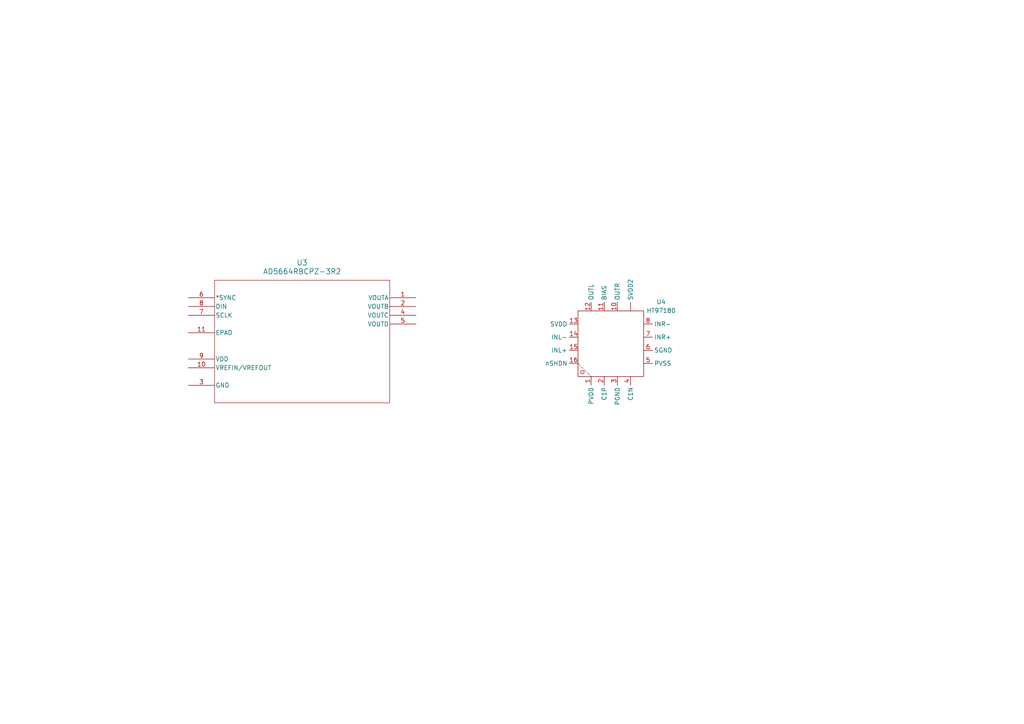
<source format=kicad_sch>
(kicad_sch (version 20250114) (generator "eeschema") (generator_version "9.0")
  (paper "A4")
  (lib_symbols
    (symbol "AD5664RBCPZ-3R2:AD5664RBCPZ-3R2" (pin_names (offset 0.254))
      (property "Reference" "U" (at 33.02 10.16 0))
      (property "Value" "AD5664RBCPZ-3R2" (at 33.02 7.62 0))
      (symbol "AD5664RBCPZ-3R2_0_1"
        (polyline (pts (xy 7.62 5.08) (xy 7.62 -30.48)) (stroke (width 0.127)))
        (polyline (pts (xy 7.62 -30.48) (xy 58.42 -30.48)) (stroke (width 0.127)))
        (polyline (pts (xy 58.42 5.08) (xy 7.62 5.08)) (stroke (width 0.127)))
        (polyline (pts (xy 58.42 -30.48) (xy 58.42 5.08)) (stroke (width 0.127)))
        (pin input line (at 0 0 0) (length 7.62) (name "*SYNC") (number "6"))
        (pin input line (at 0 -2.54 0) (length 7.62) (name "DIN") (number "8"))
        (pin input line (at 0 -5.08 0) (length 7.62) (name "SCLK") (number "7"))
        (pin unspecified line (at 0 -10.16 0) (length 7.62) (name "EPAD") (number "11"))
        (pin power_in line (at 0 -17.78 0) (length 7.62) (name "VDD") (number "9"))
        (pin bidirectional line (at 0 -20.32 0) (length 7.62) (name "VREFIN/VREFOUT") (number "10"))
        (pin power_in line (at 0 -25.4 0) (length 7.62) (name "GND") (number "3"))
        (pin output line (at 66.04 0 180) (length 7.62) (name "VOUTA") (number "1"))
        (pin output line (at 66.04 -2.54 180) (length 7.62) (name "VOUTB") (number "2"))
        (pin output line (at 66.04 -5.08 180) (length 7.62) (name "VOUTC") (number "4"))
        (pin output line (at 66.04 -7.62 180) (length 7.62) (name "VOUTD") (number "5"))
      )
    )
    (symbol "HT97180:HT97180"
      (property "Reference" "U4" (at 15.24 11.5002 0))
      (property "Value" "HT97180" (at 15.24 8.9602 0))
      (symbol "HT97180_0_1"
        (rectangle (start -8.89 8.89) (end 10.16 -10.16))
        (polyline (pts (xy -8.89 -6.35) (xy -5.08 -10.16)) (stroke (width 0.01) (type dash) (color 0 0 0 1)))
        (circle (center -7.62 -8.89) (radius 0.5))
      )
      (symbol "HT97180_1_1"
        (pin input line (at -8.89 5.08 180) (length 2.54) (name "SVDD") (number "13"))
        (pin input line (at -8.89 1.27 180) (length 2.54) (name "INL-") (number "14"))
        (pin input line (at -8.89 -2.54 180) (length 2.54) (name "INL+") (number "15"))
        (pin input line (at -8.89 -6.35 180) (length 2.54) (name "nSHDN") (number "16"))
        (pin input line (at -5.08 8.89 90) (length 2.54) (name "OUTL") (number "12"))
        (pin input line (at -5.08 -10.16 270) (length 2.54) (name "PVDD") (number "1"))
        (pin input line (at -1.27 8.89 90) (length 2.54) (name "BIAS") (number "11"))
        (pin input line (at -1.27 -10.16 270) (length 2.54) (name "C1P") (number "2"))
        (pin input line (at 2.54 8.89 90) (length 2.54) (name "OUTR") (number "10"))
        (pin input line (at 2.54 -10.16 270) (length 2.54) (name "PGND") (number "3"))
        (pin input line (at 6.35 8.89 90) (length 2.54) (name "SVDD2") (number ""))
        (pin input line (at 6.35 -10.16 270) (length 2.54) (name "C1N") (number "4"))
        (pin input line (at 10.16 5.08 0) (length 2.54) (name "INR-") (number "8"))
        (pin input line (at 10.16 1.27 0) (length 2.54) (name "INR+") (number "7"))
        (pin input line (at 10.16 -2.54 0) (length 2.54) (name "SGND") (number "6"))
        (pin input line (at 10.16 -6.35 0) (length 2.54) (name "PVSS") (number "5"))
      )
    )
  )
  (symbol (lib_id "AD5664RBCPZ-3R2:AD5664RBCPZ-3R2") (at 54.61 86.36 0) (unit 1)
    (property "Reference" "U3" (at 87.63 76.2 0) (effects (font (size 1.524 1.524))))
    (property "Value" "AD5664RBCPZ-3R2" (at 87.63 78.74 0) (effects (font (size 1.524 1.524))))
    (property "Footprint" "CP_10_9_ADI" (effects (hide yes)))
    (property "Datasheet" "https://www.analog.com/media/en/technical-documentation/data-sheets/AD5624R_5644R_5664R.pdf" (effects (hide yes)))
  )
  (symbol (lib_id "HT97180:HT97180") (at 176.53 99.06 0) (unit 1)
    (property "Reference" "U4" (at 191.77 87.5598 0))
    (property "Value" "HT97180" (at 191.77 90.0998 0))
  )
)
</source>
